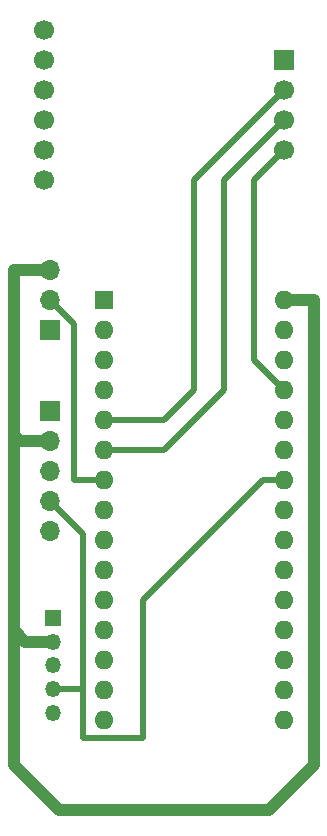
<source format=gtl>
G04 #@! TF.GenerationSoftware,KiCad,Pcbnew,8.0.7*
G04 #@! TF.CreationDate,2025-05-25T12:57:57+02:00*
G04 #@! TF.ProjectId,Wave,57617665-2e6b-4696-9361-645f70636258,rev?*
G04 #@! TF.SameCoordinates,Original*
G04 #@! TF.FileFunction,Copper,L1,Top*
G04 #@! TF.FilePolarity,Positive*
%FSLAX46Y46*%
G04 Gerber Fmt 4.6, Leading zero omitted, Abs format (unit mm)*
G04 Created by KiCad (PCBNEW 8.0.7) date 2025-05-25 12:57:57*
%MOMM*%
%LPD*%
G01*
G04 APERTURE LIST*
G04 #@! TA.AperFunction,ComponentPad*
%ADD10R,1.700000X1.700000*%
G04 #@! TD*
G04 #@! TA.AperFunction,ComponentPad*
%ADD11O,1.700000X1.700000*%
G04 #@! TD*
G04 #@! TA.AperFunction,ComponentPad*
%ADD12R,1.350000X1.350000*%
G04 #@! TD*
G04 #@! TA.AperFunction,ComponentPad*
%ADD13O,1.350000X1.350000*%
G04 #@! TD*
G04 #@! TA.AperFunction,ComponentPad*
%ADD14C,1.700000*%
G04 #@! TD*
G04 #@! TA.AperFunction,ComponentPad*
%ADD15O,1.600000X1.600000*%
G04 #@! TD*
G04 #@! TA.AperFunction,ComponentPad*
%ADD16R,1.600000X1.600000*%
G04 #@! TD*
G04 #@! TA.AperFunction,Conductor*
%ADD17C,0.500000*%
G04 #@! TD*
G04 #@! TA.AperFunction,Conductor*
%ADD18C,0.200000*%
G04 #@! TD*
G04 #@! TA.AperFunction,Conductor*
%ADD19C,1.000000*%
G04 #@! TD*
G04 APERTURE END LIST*
D10*
X102108000Y-136398000D03*
D11*
X102108000Y-138938000D03*
X102108000Y-141478000D03*
X102108000Y-144018000D03*
X102108000Y-146558000D03*
D12*
X102362000Y-153924000D03*
D13*
X102362000Y-155924000D03*
X102362000Y-157924000D03*
X102362000Y-159924000D03*
X102362000Y-161924000D03*
D14*
X101600000Y-111760000D03*
X101600000Y-109220000D03*
X101600000Y-116840000D03*
X101600000Y-114300000D03*
X121920000Y-109220000D03*
X101600000Y-104140000D03*
X101600000Y-106680000D03*
D10*
X121920000Y-106680000D03*
D14*
X121920000Y-111760000D03*
X121920000Y-114300000D03*
D11*
X102108000Y-124460000D03*
X102108000Y-127000000D03*
D10*
X102108000Y-129540000D03*
D15*
X121920000Y-127000000D03*
D16*
X106680000Y-127000000D03*
D15*
X106680000Y-129540000D03*
X121920000Y-132080000D03*
X106680000Y-132080000D03*
X121920000Y-157480000D03*
X121920000Y-129540000D03*
X106680000Y-134620000D03*
X121920000Y-162560000D03*
X106680000Y-162560000D03*
X106680000Y-160020000D03*
X106680000Y-157480000D03*
X106680000Y-154940000D03*
X106680000Y-152400000D03*
X106680000Y-149860000D03*
X106680000Y-147320000D03*
X106680000Y-144780000D03*
X106680000Y-142240000D03*
X106680000Y-139700000D03*
X106680000Y-137160000D03*
X121920000Y-137160000D03*
X121920000Y-139700000D03*
X121920000Y-142240000D03*
X121920000Y-144780000D03*
X121920000Y-147320000D03*
X121920000Y-149860000D03*
X121920000Y-152400000D03*
X121920000Y-154940000D03*
X121920000Y-134620000D03*
X121920000Y-160020000D03*
D17*
X104140000Y-129032000D02*
X104140000Y-142240000D01*
X102108000Y-127000000D02*
X104140000Y-129032000D01*
X104140000Y-142240000D02*
X106680000Y-142240000D01*
X104902000Y-146812000D02*
X104902000Y-159766000D01*
X104902000Y-159766000D02*
X104902000Y-164084000D01*
D18*
X104744000Y-159924000D02*
X104902000Y-159766000D01*
D17*
X102362000Y-159924000D02*
X104744000Y-159924000D01*
X102108000Y-144018000D02*
X104902000Y-146812000D01*
X104902000Y-164084000D02*
X109982000Y-164084000D01*
X120142000Y-142240000D02*
X121920000Y-142240000D01*
X109982000Y-164084000D02*
X109982000Y-152400000D01*
X109982000Y-152400000D02*
X120142000Y-142240000D01*
D19*
X99060000Y-166370000D02*
X102870000Y-170180000D01*
X99060000Y-154940000D02*
X99060000Y-166370000D01*
X99060000Y-138430000D02*
X99060000Y-154940000D01*
X99060000Y-154940000D02*
X100044000Y-155924000D01*
X100044000Y-155924000D02*
X102362000Y-155924000D01*
X99060000Y-138430000D02*
X99568000Y-138938000D01*
X99060000Y-124460000D02*
X99060000Y-138430000D01*
X99568000Y-138938000D02*
X102108000Y-138938000D01*
X99060000Y-124460000D02*
X102108000Y-124460000D01*
D18*
X99314000Y-124714000D02*
X99060000Y-124460000D01*
D19*
X124460000Y-166370000D02*
X124460000Y-127000000D01*
X124460000Y-127000000D02*
X121920000Y-127000000D01*
X102870000Y-170180000D02*
X120650000Y-170180000D01*
X120650000Y-170180000D02*
X124460000Y-166370000D01*
D17*
X114300000Y-116840000D02*
X114300000Y-134620000D01*
X121920000Y-109220000D02*
X114300000Y-116840000D01*
X114300000Y-134620000D02*
X111760000Y-137160000D01*
X111760000Y-137160000D02*
X106680000Y-137160000D01*
X116840000Y-134620000D02*
X116840000Y-116840000D01*
X106680000Y-139700000D02*
X111760000Y-139700000D01*
X111760000Y-139700000D02*
X116840000Y-134620000D01*
X116840000Y-116840000D02*
X121920000Y-111760000D01*
X119380000Y-132080000D02*
X119380000Y-116840000D01*
X121920000Y-134620000D02*
X119380000Y-132080000D01*
X119380000Y-116840000D02*
X121920000Y-114300000D01*
M02*

</source>
